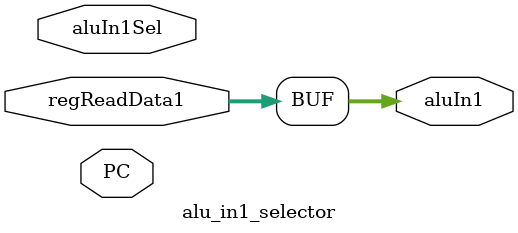
<source format=v>
`timescale 1ns / 1ps


module alu_in1_selector(
    input aluIn1Sel,
    input [31:0] regReadData1, PC,
    output [31:0] aluIn1
);


assign aluIn1 = regReadData1;
endmodule
</source>
